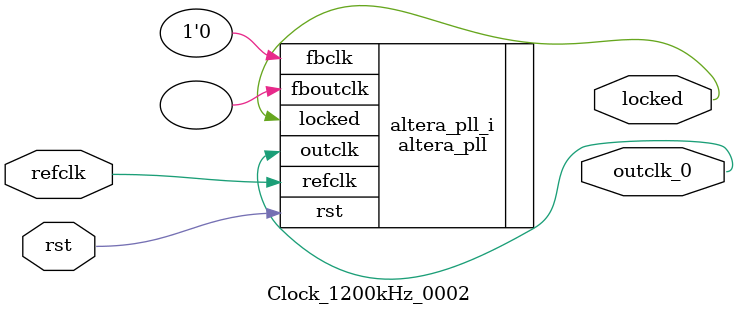
<source format=v>
`timescale 1ns/10ps
module  Clock_1200kHz_0002(

	// interface 'refclk'
	input wire refclk,

	// interface 'reset'
	input wire rst,

	// interface 'outclk0'
	output wire outclk_0,

	// interface 'locked'
	output wire locked
);

	altera_pll #(
		.fractional_vco_multiplier("false"),
		.reference_clock_frequency("50.0 MHz"),
		.operation_mode("direct"),
		.number_of_clocks(1),
		.output_clock_frequency0("1.200000 MHz"),
		.phase_shift0("0 ps"),
		.duty_cycle0(50),
		.output_clock_frequency1("0 MHz"),
		.phase_shift1("0 ps"),
		.duty_cycle1(50),
		.output_clock_frequency2("0 MHz"),
		.phase_shift2("0 ps"),
		.duty_cycle2(50),
		.output_clock_frequency3("0 MHz"),
		.phase_shift3("0 ps"),
		.duty_cycle3(50),
		.output_clock_frequency4("0 MHz"),
		.phase_shift4("0 ps"),
		.duty_cycle4(50),
		.output_clock_frequency5("0 MHz"),
		.phase_shift5("0 ps"),
		.duty_cycle5(50),
		.output_clock_frequency6("0 MHz"),
		.phase_shift6("0 ps"),
		.duty_cycle6(50),
		.output_clock_frequency7("0 MHz"),
		.phase_shift7("0 ps"),
		.duty_cycle7(50),
		.output_clock_frequency8("0 MHz"),
		.phase_shift8("0 ps"),
		.duty_cycle8(50),
		.output_clock_frequency9("0 MHz"),
		.phase_shift9("0 ps"),
		.duty_cycle9(50),
		.output_clock_frequency10("0 MHz"),
		.phase_shift10("0 ps"),
		.duty_cycle10(50),
		.output_clock_frequency11("0 MHz"),
		.phase_shift11("0 ps"),
		.duty_cycle11(50),
		.output_clock_frequency12("0 MHz"),
		.phase_shift12("0 ps"),
		.duty_cycle12(50),
		.output_clock_frequency13("0 MHz"),
		.phase_shift13("0 ps"),
		.duty_cycle13(50),
		.output_clock_frequency14("0 MHz"),
		.phase_shift14("0 ps"),
		.duty_cycle14(50),
		.output_clock_frequency15("0 MHz"),
		.phase_shift15("0 ps"),
		.duty_cycle15(50),
		.output_clock_frequency16("0 MHz"),
		.phase_shift16("0 ps"),
		.duty_cycle16(50),
		.output_clock_frequency17("0 MHz"),
		.phase_shift17("0 ps"),
		.duty_cycle17(50),
		.pll_type("General"),
		.pll_subtype("General")
	) altera_pll_i (
		.rst	(rst),
		.outclk	({outclk_0}),
		.locked	(locked),
		.fboutclk	( ),
		.fbclk	(1'b0),
		.refclk	(refclk)
	);
endmodule


</source>
